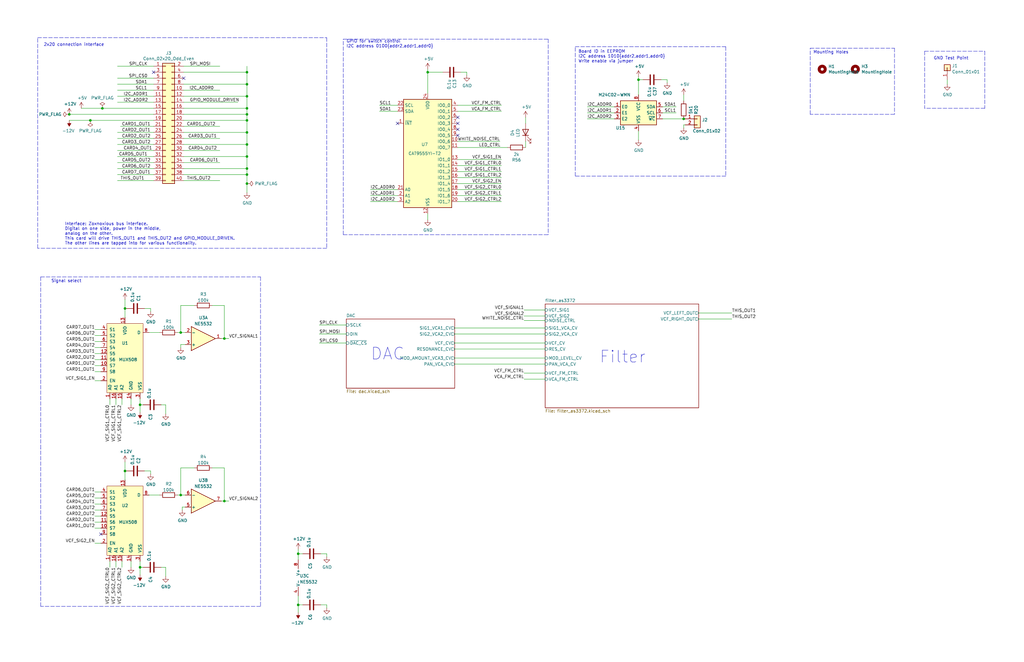
<source format=kicad_sch>
(kicad_sch (version 20211123) (generator eeschema)
  (paper "B")
  (title_block (title "Z3372 Signal Processing") (date "2022-11-27") (rev "0.1") (company "Zoxnoxious Engineering"))
  (lib_symbols
    (symbol "Amplifier_Operational:NE5532" (pin_names (offset 0.127))
      (property "Reference" "U" (at 0 5.08 0))
      (property "Value" "NE5532" (at 0 -5.08 0))
      (symbol "NE5532_1_1"
        (polyline (pts (xy -5.08 5.08) (xy 5.08 0) (xy -5.08 -5.08) (xy -5.08 5.08)) (stroke (width 0.254)) (fill (type background)))
        (pin output line (at 7.62 0 180) (length 2.54) (name "~") (number "1"))
        (pin input line (at -7.62 -2.54 0) (length 2.54) (name "-") (number "2"))
        (pin input line (at -7.62 2.54 0) (length 2.54) (name "+") (number "3"))
      )
      (symbol "NE5532_2_1"
        (polyline (pts (xy -5.08 5.08) (xy 5.08 0) (xy -5.08 -5.08) (xy -5.08 5.08)) (stroke (width 0.254)) (fill (type background)))
        (pin input line (at -7.62 2.54 0) (length 2.54) (name "+") (number "5"))
        (pin input line (at -7.62 -2.54 0) (length 2.54) (name "-") (number "6"))
        (pin output line (at 7.62 0 180) (length 2.54) (name "~") (number "7"))
      )
      (symbol "NE5532_3_1"
        (pin power_in line (at -2.54 -7.62 90) (length 3.81) (name "V-") (number "4"))
        (pin power_in line (at -2.54 7.62 270) (length 3.81) (name "V+") (number "8"))
      )
    )
    (symbol "Connector_Generic:Conn_01x01" (pin_names (offset 1.016) hide)
      (property "Reference" "J" (at 0 2.54 0))
      (property "Value" "Conn_01x01" (at 0 -2.54 0))
      (symbol "Conn_01x01_1_1"
        (rectangle (start -1.27 0.127) (end 0 -0.127) (stroke (width 0.1524)))
        (rectangle (start -1.27 1.27) (end 1.27 -1.27) (stroke (width 0.254)) (fill (type background)))
        (pin passive line (at -5.08 0 0) (length 3.81) (name "Pin_1") (number "1"))
      )
    )
    (symbol "Connector_Generic:Conn_01x02" (pin_names (offset 1.016) hide)
      (property "Reference" "J" (at 0 2.54 0))
      (property "Value" "Conn_01x02" (at 0 -5.08 0))
      (symbol "Conn_01x02_1_1"
        (rectangle (start -1.27 -2.413) (end 0 -2.667) (stroke (width 0.1524)))
        (rectangle (start -1.27 0.127) (end 0 -0.127) (stroke (width 0.1524)))
        (rectangle (start -1.27 1.27) (end 1.27 -3.81) (stroke (width 0.254)) (fill (type background)))
        (pin passive line (at -5.08 0 0) (length 3.81) (name "Pin_1") (number "1"))
        (pin passive line (at -5.08 -2.54 0) (length 3.81) (name "Pin_2") (number "2"))
      )
    )
    (symbol "Connector_Generic:Conn_02x20_Odd_Even" (pin_names (offset 1.016) hide)
      (property "Reference" "J" (at 1.27 25.4 0))
      (property "Value" "Conn_02x20_Odd_Even" (at 1.27 -27.94 0))
      (symbol "Conn_02x20_Odd_Even_1_1"
        (rectangle (start -1.27 -25.273) (end 0 -25.527) (stroke (width 0.1524)))
        (rectangle (start -1.27 -22.733) (end 0 -22.987) (stroke (width 0.1524)))
        (rectangle (start -1.27 -20.193) (end 0 -20.447) (stroke (width 0.1524)))
        (rectangle (start -1.27 -17.653) (end 0 -17.907) (stroke (width 0.1524)))
        (rectangle (start -1.27 -15.113) (end 0 -15.367) (stroke (width 0.1524)))
        (rectangle (start -1.27 -12.573) (end 0 -12.827) (stroke (width 0.1524)))
        (rectangle (start -1.27 -10.033) (end 0 -10.287) (stroke (width 0.1524)))
        (rectangle (start -1.27 -7.493) (end 0 -7.747) (stroke (width 0.1524)))
        (rectangle (start -1.27 -4.953) (end 0 -5.207) (stroke (width 0.1524)))
        (rectangle (start -1.27 -2.413) (end 0 -2.667) (stroke (width 0.1524)))
        (rectangle (start -1.27 0.127) (end 0 -0.127) (stroke (width 0.1524)))
        (rectangle (start -1.27 2.667) (end 0 2.413) (stroke (width 0.1524)))
        (rectangle (start -1.27 5.207) (end 0 4.953) (stroke (width 0.1524)))
        (rectangle (start -1.27 7.747) (end 0 7.493) (stroke (width 0.1524)))
        (rectangle (start -1.27 10.287) (end 0 10.033) (stroke (width 0.1524)))
        (rectangle (start -1.27 12.827) (end 0 12.573) (stroke (width 0.1524)))
        (rectangle (start -1.27 15.367) (end 0 15.113) (stroke (width 0.1524)))
        (rectangle (start -1.27 17.907) (end 0 17.653) (stroke (width 0.1524)))
        (rectangle (start -1.27 20.447) (end 0 20.193) (stroke (width 0.1524)))
        (rectangle (start -1.27 22.987) (end 0 22.733) (stroke (width 0.1524)))
        (rectangle (start -1.27 24.13) (end 3.81 -26.67) (stroke (width 0.254)) (fill (type background)))
        (rectangle (start 3.81 -25.273) (end 2.54 -25.527) (stroke (width 0.1524)))
        (rectangle (start 3.81 -22.733) (end 2.54 -22.987) (stroke (width 0.1524)))
        (rectangle (start 3.81 -20.193) (end 2.54 -20.447) (stroke (width 0.1524)))
        (rectangle (start 3.81 -17.653) (end 2.54 -17.907) (stroke (width 0.1524)))
        (rectangle (start 3.81 -15.113) (end 2.54 -15.367) (stroke (width 0.1524)))
        (rectangle (start 3.81 -12.573) (end 2.54 -12.827) (stroke (width 0.1524)))
        (rectangle (start 3.81 -10.033) (end 2.54 -10.287) (stroke (width 0.1524)))
        (rectangle (start 3.81 -7.493) (end 2.54 -7.747) (stroke (width 0.1524)))
        (rectangle (start 3.81 -4.953) (end 2.54 -5.207) (stroke (width 0.1524)))
        (rectangle (start 3.81 -2.413) (end 2.54 -2.667) (stroke (width 0.1524)))
        (rectangle (start 3.81 0.127) (end 2.54 -0.127) (stroke (width 0.1524)))
        (rectangle (start 3.81 2.667) (end 2.54 2.413) (stroke (width 0.1524)))
        (rectangle (start 3.81 5.207) (end 2.54 4.953) (stroke (width 0.1524)))
        (rectangle (start 3.81 7.747) (end 2.54 7.493) (stroke (width 0.1524)))
        (rectangle (start 3.81 10.287) (end 2.54 10.033) (stroke (width 0.1524)))
        (rectangle (start 3.81 12.827) (end 2.54 12.573) (stroke (width 0.1524)))
        (rectangle (start 3.81 15.367) (end 2.54 15.113) (stroke (width 0.1524)))
        (rectangle (start 3.81 17.907) (end 2.54 17.653) (stroke (width 0.1524)))
        (rectangle (start 3.81 20.447) (end 2.54 20.193) (stroke (width 0.1524)))
        (rectangle (start 3.81 22.987) (end 2.54 22.733) (stroke (width 0.1524)))
        (pin passive line (at -5.08 22.86 0) (length 3.81) (name "Pin_1") (number "1"))
        (pin passive line (at 7.62 12.7 180) (length 3.81) (name "Pin_10") (number "10"))
        (pin passive line (at -5.08 10.16 0) (length 3.81) (name "Pin_11") (number "11"))
        (pin passive line (at 7.62 10.16 180) (length 3.81) (name "Pin_12") (number "12"))
        (pin passive line (at -5.08 7.62 0) (length 3.81) (name "Pin_13") (number "13"))
        (pin passive line (at 7.62 7.62 180) (length 3.81) (name "Pin_14") (number "14"))
        (pin passive line (at -5.08 5.08 0) (length 3.81) (name "Pin_15") (number "15"))
        (pin passive line (at 7.62 5.08 180) (length 3.81) (name "Pin_16") (number "16"))
        (pin passive line (at -5.08 2.54 0) (length 3.81) (name "Pin_17") (number "17"))
        (pin passive line (at 7.62 2.54 180) (length 3.81) (name "Pin_18") (number "18"))
        (pin passive line (at -5.08 0 0) (length 3.81) (name "Pin_19") (number "19"))
        (pin passive line (at 7.62 22.86 180) (length 3.81) (name "Pin_2") (number "2"))
        (pin passive line (at 7.62 0 180) (length 3.81) (name "Pin_20") (number "20"))
        (pin passive line (at -5.08 -2.54 0) (length 3.81) (name "Pin_21") (number "21"))
        (pin passive line (at 7.62 -2.54 180) (length 3.81) (name "Pin_22") (number "22"))
        (pin passive line (at -5.08 -5.08 0) (length 3.81) (name "Pin_23") (number "23"))
        (pin passive line (at 7.62 -5.08 180) (length 3.81) (name "Pin_24") (number "24"))
        (pin passive line (at -5.08 -7.62 0) (length 3.81) (name "Pin_25") (number "25"))
        (pin passive line (at 7.62 -7.62 180) (length 3.81) (name "Pin_26") (number "26"))
        (pin passive line (at -5.08 -10.16 0) (length 3.81) (name "Pin_27") (number "27"))
        (pin passive line (at 7.62 -10.16 180) (length 3.81) (name "Pin_28") (number "28"))
        (pin passive line (at -5.08 -12.7 0) (length 3.81) (name "Pin_29") (number "29"))
        (pin passive line (at -5.08 20.32 0) (length 3.81) (name "Pin_3") (number "3"))
        (pin passive line (at 7.62 -12.7 180) (length 3.81) (name "Pin_30") (number "30"))
        (pin passive line (at -5.08 -15.24 0) (length 3.81) (name "Pin_31") (number "31"))
        (pin passive line (at 7.62 -15.24 180) (length 3.81) (name "Pin_32") (number "32"))
        (pin passive line (at -5.08 -17.78 0) (length 3.81) (name "Pin_33") (number "33"))
        (pin passive line (at 7.62 -17.78 180) (length 3.81) (name "Pin_34") (number "34"))
        (pin passive line (at -5.08 -20.32 0) (length 3.81) (name "Pin_35") (number "35"))
        (pin passive line (at 7.62 -20.32 180) (length 3.81) (name "Pin_36") (number "36"))
        (pin passive line (at -5.08 -22.86 0) (length 3.81) (name "Pin_37") (number "37"))
        (pin passive line (at 7.62 -22.86 180) (length 3.81) (name "Pin_38") (number "38"))
        (pin passive line (at -5.08 -25.4 0) (length 3.81) (name "Pin_39") (number "39"))
        (pin passive line (at 7.62 20.32 180) (length 3.81) (name "Pin_4") (number "4"))
        (pin passive line (at 7.62 -25.4 180) (length 3.81) (name "Pin_40") (number "40"))
        (pin passive line (at -5.08 17.78 0) (length 3.81) (name "Pin_5") (number "5"))
        (pin passive line (at 7.62 17.78 180) (length 3.81) (name "Pin_6") (number "6"))
        (pin passive line (at -5.08 15.24 0) (length 3.81) (name "Pin_7") (number "7"))
        (pin passive line (at 7.62 15.24 180) (length 3.81) (name "Pin_8") (number "8"))
        (pin passive line (at -5.08 12.7 0) (length 3.81) (name "Pin_9") (number "9"))
      )
    )
    (symbol "Device:C" (pin_numbers hide) (pin_names (offset 0.254))
      (property "Reference" "C" (at 0.635 2.54 0))
      (property "Value" "C" (at 0.635 -2.54 0))
      (symbol "C_0_1"
        (polyline (pts (xy -2.032 -0.762) (xy 2.032 -0.762)) (stroke (width 0.508)))
        (polyline (pts (xy -2.032 0.762) (xy 2.032 0.762)) (stroke (width 0.508)))
      )
      (symbol "C_1_1"
        (pin passive line (at 0 3.81 270) (length 2.794) (name "~") (number "1"))
        (pin passive line (at 0 -3.81 90) (length 2.794) (name "~") (number "2"))
      )
    )
    (symbol "Device:LED" (pin_numbers hide) (pin_names (offset 1.016) hide)
      (property "Reference" "D" (at 0 2.54 0))
      (property "Value" "LED" (at 0 -2.54 0))
      (symbol "LED_0_1"
        (polyline (pts (xy -1.27 -1.27) (xy -1.27 1.27)) (stroke (width 0.254)))
        (polyline (pts (xy -1.27 0) (xy 1.27 0)))
        (polyline (pts (xy 1.27 -1.27) (xy 1.27 1.27) (xy -1.27 0) (xy 1.27 -1.27)) (stroke (width 0.254)))
        (polyline (pts (xy -3.048 -0.762) (xy -4.572 -2.286) (xy -3.81 -2.286) (xy -4.572 -2.286) (xy -4.572 -1.524)))
        (polyline (pts (xy -1.778 -0.762) (xy -3.302 -2.286) (xy -2.54 -2.286) (xy -3.302 -2.286) (xy -3.302 -1.524)))
      )
      (symbol "LED_1_1"
        (pin passive line (at -3.81 0 0) (length 2.54) (name "K") (number "1"))
        (pin passive line (at 3.81 0 180) (length 2.54) (name "A") (number "2"))
      )
    )
    (symbol "Device:R" (pin_numbers hide) (pin_names (offset 0))
      (property "Reference" "R" (at 2.032 0 90))
      (property "Value" "R" (at 0 0 90))
      (symbol "R_0_1"
        (rectangle (start -1.016 -2.54) (end 1.016 2.54) (stroke (width 0.254)))
      )
      (symbol "R_1_1"
        (pin passive line (at 0 3.81 270) (length 1.27) (name "~") (number "1"))
        (pin passive line (at 0 -3.81 90) (length 1.27) (name "~") (number "2"))
      )
    )
    (symbol "Interface_Expansion:PCA9555D"
      (property "Reference" "U" (at -8.89 24.13 0))
      (property "Value" "PCA9555D" (at 6.35 24.13 0))
      (symbol "PCA9555D_0_1"
        (rectangle (start -10.16 22.86) (end 10.16 -22.86) (stroke (width 0.254)) (fill (type background)))
      )
      (symbol "PCA9555D_1_1"
        (pin open_collector line (at -12.7 12.7 0) (length 2.54) (name "~{INT}") (number "1"))
        (pin bidirectional line (at 12.7 5.08 180) (length 2.54) (name "IO0_6") (number "10"))
        (pin bidirectional line (at 12.7 2.54 180) (length 2.54) (name "IO0_7") (number "11"))
        (pin power_in line (at 0 -25.4 90) (length 2.54) (name "VSS") (number "12"))
        (pin bidirectional line (at 12.7 -2.54 180) (length 2.54) (name "IO1_0") (number "13"))
        (pin bidirectional line (at 12.7 -5.08 180) (length 2.54) (name "IO1_1") (number "14"))
        (pin bidirectional line (at 12.7 -7.62 180) (length 2.54) (name "IO1_2") (number "15"))
        (pin bidirectional line (at 12.7 -10.16 180) (length 2.54) (name "IO1_3") (number "16"))
        (pin bidirectional line (at 12.7 -12.7 180) (length 2.54) (name "IO1_4") (number "17"))
        (pin bidirectional line (at 12.7 -15.24 180) (length 2.54) (name "IO1_5") (number "18"))
        (pin bidirectional line (at 12.7 -17.78 180) (length 2.54) (name "IO1_6") (number "19"))
        (pin input line (at -12.7 -17.78 0) (length 2.54) (name "A1") (number "2"))
        (pin bidirectional line (at 12.7 -20.32 180) (length 2.54) (name "IO1_7") (number "20"))
        (pin input line (at -12.7 -15.24 0) (length 2.54) (name "A0") (number "21"))
        (pin input line (at -12.7 20.32 0) (length 2.54) (name "SCL") (number "22"))
        (pin bidirectional line (at -12.7 17.78 0) (length 2.54) (name "SDA") (number "23"))
        (pin power_in line (at 0 25.4 270) (length 2.54) (name "VDD") (number "24"))
        (pin input line (at -12.7 -20.32 0) (length 2.54) (name "A2") (number "3"))
        (pin bidirectional line (at 12.7 20.32 180) (length 2.54) (name "IO0_0") (number "4"))
        (pin bidirectional line (at 12.7 17.78 180) (length 2.54) (name "IO0_1") (number "5"))
        (pin bidirectional line (at 12.7 15.24 180) (length 2.54) (name "IO0_2") (number "6"))
        (pin bidirectional line (at 12.7 12.7 180) (length 2.54) (name "IO0_3") (number "7"))
        (pin bidirectional line (at 12.7 10.16 180) (length 2.54) (name "IO0_4") (number "8"))
        (pin bidirectional line (at 12.7 7.62 180) (length 2.54) (name "IO0_5") (number "9"))
      )
    )
    (symbol "Mechanical:MountingHole" (pin_names (offset 1.016))
      (property "Reference" "H" (at 0 5.08 0))
      (property "Value" "MountingHole" (at 0 3.175 0))
      (symbol "MountingHole_0_1"
        (circle (center 0 0) (radius 1.27) (stroke (width 1.27)))
      )
    )
    (symbol "Memory_EEPROM:M24C02-WMN"
      (property "Reference" "U" (at -6.35 6.35 0))
      (property "Value" "M24C02-WMN" (at 7.62 6.35 0))
      (symbol "M24C02-WMN_0_1"
        (rectangle (start -7.62 5.08) (end 7.62 -5.08) (stroke (width 0.254)) (fill (type background)))
      )
      (symbol "M24C02-WMN_1_1"
        (pin input line (at -10.16 2.54 0) (length 2.54) (name "E0") (number "1"))
        (pin input line (at -10.16 0 0) (length 2.54) (name "E1") (number "2"))
        (pin input line (at -10.16 -2.54 0) (length 2.54) (name "E2") (number "3"))
        (pin power_in line (at 0 -7.62 90) (length 2.54) (name "VSS") (number "4"))
        (pin bidirectional line (at 10.16 2.54 180) (length 2.54) (name "SDA") (number "5"))
        (pin input line (at 10.16 0 180) (length 2.54) (name "SCL") (number "6"))
        (pin input line (at 10.16 -2.54 180) (length 2.54) (name "~{WC}") (number "7"))
        (pin power_in line (at 0 7.62 270) (length 2.54) (name "VCC") (number "8"))
      )
    )
    (symbol "as3372_lib:PS508-Analog_Switch" (pin_names (offset 1.016))
      (property "Reference" "U" (at 0 0 0))
      (property "Value" "PS508-Analog_Switch" (at 1.27 -3.81 0))
      (symbol "PS508-Analog_Switch_0_1"
        (rectangle (start -7.62 7.62) (end 7.62 -21.59) (fill (type background)))
      )
      (symbol "PS508-Analog_Switch_1_1"
        (pin input line (at -6.35 -24.13 90) (length 2.54) (name "A0") (number "1"))
        (pin bidirectional line (at -10.16 -10.16 0) (length 2.54) (name "S7") (number "10"))
        (pin bidirectional line (at -10.16 -7.62 0) (length 2.54) (name "S6") (number "11"))
        (pin bidirectional line (at -10.16 -5.08 0) (length 2.54) (name "S5") (number "12"))
        (pin power_in line (at 0 10.16 270) (length 2.54) (name "VDD") (number "13"))
        (pin power_in line (at 2.54 -24.13 90) (length 2.54) (name "GND") (number "14"))
        (pin input line (at -1.27 -24.13 90) (length 2.54) (name "A2") (number "15"))
        (pin input line (at -3.81 -24.13 90) (length 2.54) (name "A1") (number "16"))
        (pin input line (at -10.16 -16.51 0) (length 2.54) (name "EN") (number "2"))
        (pin power_in line (at 6.35 -24.13 90) (length 2.54) (name "VSS") (number "3"))
        (pin bidirectional line (at -10.16 5.08 0) (length 2.54) (name "S1") (number "4"))
        (pin bidirectional line (at -10.16 2.54 0) (length 2.54) (name "S2") (number "5"))
        (pin bidirectional line (at -10.16 0 0) (length 2.54) (name "S3") (number "6"))
        (pin bidirectional line (at -10.16 -2.54 0) (length 2.54) (name "S4") (number "7"))
        (pin bidirectional line (at 10.16 3.81 180) (length 2.54) (name "D") (number "8"))
        (pin bidirectional line (at -10.16 -12.7 0) (length 2.54) (name "S8") (number "9"))
      )
    )
    (symbol "power:+12V" (power) (pin_names (offset 0))
      (property "Value" "+12V" (at 0 3.556 0))
      (symbol "+12V_0_1"
        (polyline (pts (xy -0.762 1.27) (xy 0 2.54)))
        (polyline (pts (xy 0 0) (xy 0 2.54)))
        (polyline (pts (xy 0 2.54) (xy 0.762 1.27)))
      )
      (symbol "+12V_1_1"
        (pin power_in line (at 0 0 90) (length 0) hide (name "+12V") (number "1"))
      )
    )
    (symbol "power:+5V" (power) (pin_names (offset 0))
      (property "Value" "+5V" (at 0 3.556 0))
      (symbol "+5V_0_1"
        (polyline (pts (xy -0.762 1.27) (xy 0 2.54)))
        (polyline (pts (xy 0 0) (xy 0 2.54)))
        (polyline (pts (xy 0 2.54) (xy 0.762 1.27)))
      )
      (symbol "+5V_1_1"
        (pin power_in line (at 0 0 90) (length 0) hide (name "+5V") (number "1"))
      )
    )
    (symbol "power:-12V" (power) (pin_names (offset 0))
      (property "Value" "-12V" (at 0 3.81 0))
      (symbol "-12V_0_0"
        (pin power_in line (at 0 0 90) (length 0) hide (name "-12V") (number "1"))
      )
      (symbol "-12V_0_1"
        (polyline (pts (xy 0 0) (xy 0 1.27) (xy 0.762 1.27) (xy 0 2.54) (xy -0.762 1.27) (xy 0 1.27)) (fill (type outline)))
      )
    )
    (symbol "power:GND" (power) (pin_names (offset 0))
      (property "Value" "GND" (at 0 -3.81 0))
      (symbol "GND_0_1"
        (polyline (pts (xy 0 0) (xy 0 -1.27) (xy 1.27 -1.27) (xy 0 -2.54) (xy -1.27 -1.27) (xy 0 -1.27)))
      )
      (symbol "GND_1_1"
        (pin power_in line (at 0 0 270) (length 0) hide (name "GND") (number "1"))
      )
    )
    (symbol "power:PWR_FLAG" (power) (pin_numbers hide) (pin_names (offset 0) hide)
      (property "Value" "PWR_FLAG" (at 0 3.81 0))
      (symbol "PWR_FLAG_0_0"
        (pin power_out line (at 0 0 90) (length 0) (name "pwr") (number "1"))
      )
      (symbol "PWR_FLAG_0_1"
        (polyline (pts (xy 0 0) (xy 0 1.27) (xy -1.016 1.905) (xy 0 2.54) (xy 1.016 1.905) (xy 0 1.27)))
      )
    )
  )
  (junction (at 104.14 60.96))
  (junction (at 104.14 50.8))
  (junction (at 43.18 45.72))
  (junction (at 29.21 48.26))
  (junction (at 104.14 40.64))
  (junction (at 76.2 208.915))
  (junction (at 76.2 140.335))
  (junction (at 180.34 30.48))
  (junction (at 125.73 233.68))
  (junction (at 104.14 73.66))
  (junction (at 269.24 33.655))
  (junction (at 104.14 66.04))
  (junction (at 104.14 77.47))
  (junction (at 104.14 48.26))
  (junction (at 288.29 50.165))
  (junction (at 59.055 239.395))
  (junction (at 59.055 170.815))
  (junction (at 38.1 50.8))
  (junction (at 94.615 211.455))
  (junction (at 104.14 55.88))
  (junction (at 125.73 255.27))
  (junction (at 104.14 45.72))
  (junction (at 94.615 142.875))
  (junction (at 104.14 35.56))
  (junction (at 52.705 130.175))
  (junction (at 52.705 198.755))
  (junction (at 104.14 71.12))
  (junction (at 104.14 30.48))
  (no_connect (at 167.64 52.07))
  (no_connect (at 77.47 33.02))
  (no_connect (at 193.04 49.53))
  (no_connect (at 193.04 54.61))
  (no_connect (at 193.04 52.07))
  (no_connect (at 64.77 30.48))
  (no_connect (at 193.04 57.15))
  (no_connect (at 42.545 225.425))
  (wire (pts (xy 294.64 132.08) (xy 308.61 132.08)))
  (wire (pts (xy 40.005 151.765) (xy 42.545 151.765)))
  (polyline (pts (xy 341.63 20.32) (xy 377.19 20.32)))
  (polyline (pts (xy 306.07 19.685) (xy 306.07 74.295)))
  (wire (pts (xy 59.055 168.275) (xy 59.055 170.815)))
  (wire (pts (xy 104.14 60.96) (xy 104.14 66.04)))
  (polyline (pts (xy 242.57 74.295) (xy 242.57 19.685)))
  (wire (pts (xy 278.765 33.655) (xy 281.305 33.655)))
  (wire (pts (xy 49.53 60.96) (xy 64.77 60.96)))
  (wire (pts (xy 40.005 141.605) (xy 42.545 141.605)))
  (wire (pts (xy 77.47 48.26) (xy 104.14 48.26)))
  (wire (pts (xy 64.77 50.8) (xy 38.1 50.8)))
  (wire (pts (xy 193.04 46.99) (xy 211.455 46.99)))
  (wire (pts (xy 40.005 212.725) (xy 42.545 212.725)))
  (wire (pts (xy 51.435 236.855) (xy 51.435 239.395)))
  (wire (pts (xy 52.705 198.755) (xy 52.705 202.565)))
  (wire (pts (xy 49.53 71.12) (xy 64.77 71.12)))
  (wire (pts (xy 193.04 80.01) (xy 211.455 80.01)))
  (wire (pts (xy 92.71 58.42) (xy 77.47 58.42)))
  (wire (pts (xy 135.255 233.68) (xy 137.795 233.68)))
  (polyline (pts (xy 17.145 116.84) (xy 17.145 189.865)))
  (wire (pts (xy 52.705 194.945) (xy 52.705 198.755)))
  (wire (pts (xy 269.24 55.245) (xy 269.24 59.055)))
  (wire (pts (xy 52.705 130.175) (xy 53.34 130.175)))
  (wire (pts (xy 180.34 30.48) (xy 180.34 39.37)))
  (wire (pts (xy 49.53 76.2) (xy 64.77 76.2)))
  (wire (pts (xy 281.305 34.925) (xy 281.305 33.655)))
  (wire (pts (xy 69.85 170.815) (xy 67.945 170.815)))
  (wire (pts (xy 40.005 215.265) (xy 42.545 215.265)))
  (polyline (pts (xy 144.78 16.51) (xy 231.14 16.51)))
  (wire (pts (xy 40.005 160.655) (xy 42.545 160.655)))
  (wire (pts (xy 221.615 59.69) (xy 221.615 62.23)))
  (wire (pts (xy 59.055 236.855) (xy 59.055 239.395)))
  (wire (pts (xy 279.4 47.625) (xy 285.115 47.625)))
  (wire (pts (xy 77.47 40.64) (xy 104.14 40.64)))
  (wire (pts (xy 399.415 33.655) (xy 399.415 35.56)))
  (wire (pts (xy 191.77 144.78) (xy 229.87 144.78)))
  (wire (pts (xy 92.71 76.2) (xy 77.47 76.2)))
  (wire (pts (xy 38.1 50.8) (xy 29.21 50.8)))
  (polyline (pts (xy 415.29 21.59) (xy 415.29 45.72)))
  (wire (pts (xy 193.04 62.23) (xy 213.995 62.23)))
  (wire (pts (xy 221.615 49.53) (xy 221.615 52.07)))
  (polyline (pts (xy 15.875 104.775) (xy 15.875 15.875)))
  (wire (pts (xy 40.005 229.235) (xy 42.545 229.235)))
  (wire (pts (xy 69.85 243.205) (xy 69.85 239.395)))
  (polyline (pts (xy 377.19 20.32) (xy 377.19 48.26)))
  (wire (pts (xy 193.04 59.69) (xy 210.82 59.69)))
  (wire (pts (xy 193.04 85.09) (xy 211.455 85.09)))
  (polyline (pts (xy 389.89 21.59) (xy 415.29 21.59)))
  (wire (pts (xy 104.14 55.88) (xy 104.14 60.96)))
  (wire (pts (xy 92.71 53.34) (xy 77.47 53.34)))
  (wire (pts (xy 81.915 128.905) (xy 76.2 128.905)))
  (wire (pts (xy 167.64 44.45) (xy 160.02 44.45)))
  (wire (pts (xy 259.08 45.085) (xy 247.65 45.085)))
  (wire (pts (xy 288.29 40.005) (xy 288.29 42.545)))
  (wire (pts (xy 49.53 58.42) (xy 64.77 58.42)))
  (polyline (pts (xy 341.63 48.26) (xy 341.63 20.32)))
  (wire (pts (xy 271.145 33.655) (xy 269.24 33.655)))
  (wire (pts (xy 51.435 168.275) (xy 51.435 170.815)))
  (wire (pts (xy 60.96 198.755) (xy 63.5 198.755)))
  (wire (pts (xy 77.47 55.88) (xy 104.14 55.88)))
  (wire (pts (xy 104.14 40.64) (xy 104.14 45.72)))
  (wire (pts (xy 69.85 239.395) (xy 67.945 239.395)))
  (wire (pts (xy 269.24 32.385) (xy 269.24 33.655)))
  (wire (pts (xy 220.98 133.35) (xy 229.87 133.35)))
  (wire (pts (xy 167.64 80.01) (xy 156.21 80.01)))
  (wire (pts (xy 49.53 33.02) (xy 64.77 33.02)))
  (wire (pts (xy 193.04 67.31) (xy 211.455 67.31)))
  (wire (pts (xy 193.04 77.47) (xy 211.455 77.47)))
  (wire (pts (xy 191.77 153.67) (xy 229.87 153.67)))
  (wire (pts (xy 76.2 140.335) (xy 78.105 140.335)))
  (wire (pts (xy 269.24 40.005) (xy 269.24 33.655)))
  (wire (pts (xy 48.895 168.275) (xy 48.895 170.815)))
  (wire (pts (xy 40.005 154.305) (xy 42.545 154.305)))
  (wire (pts (xy 146.05 140.97) (xy 134.62 140.97)))
  (wire (pts (xy 77.47 50.8) (xy 104.14 50.8)))
  (wire (pts (xy 62.865 208.915) (xy 67.31 208.915)))
  (polyline (pts (xy 137.795 15.875) (xy 137.795 104.775)))
  (wire (pts (xy 77.47 45.72) (xy 104.14 45.72)))
  (wire (pts (xy 74.93 208.915) (xy 76.2 208.915)))
  (wire (pts (xy 74.93 140.335) (xy 76.2 140.335)))
  (wire (pts (xy 104.14 73.66) (xy 104.14 77.47)))
  (wire (pts (xy 40.005 220.345) (xy 42.545 220.345)))
  (wire (pts (xy 180.34 29.21) (xy 180.34 30.48)))
  (wire (pts (xy 288.29 50.165) (xy 288.925 50.165)))
  (wire (pts (xy 60.96 130.175) (xy 63.5 130.175)))
  (wire (pts (xy 64.77 35.56) (xy 49.53 35.56)))
  (polyline (pts (xy 109.855 255.905) (xy 17.145 255.905)))
  (wire (pts (xy 52.705 126.365) (xy 52.705 130.175)))
  (wire (pts (xy 191.77 147.32) (xy 229.87 147.32)))
  (wire (pts (xy 77.47 60.96) (xy 104.14 60.96)))
  (wire (pts (xy 64.77 45.72) (xy 43.18 45.72)))
  (wire (pts (xy 193.04 74.93) (xy 211.455 74.93)))
  (wire (pts (xy 77.47 27.94) (xy 92.71 27.94)))
  (wire (pts (xy 194.31 30.48) (xy 196.85 30.48)))
  (polyline (pts (xy 144.78 99.06) (xy 231.14 99.06)))
  (polyline (pts (xy 242.57 19.685) (xy 294.64 19.685)))
  (wire (pts (xy 40.005 149.225) (xy 42.545 149.225)))
  (wire (pts (xy 76.2 197.485) (xy 76.2 208.915)))
  (wire (pts (xy 77.47 43.18) (xy 100.33 43.18)))
  (polyline (pts (xy 17.145 255.905) (xy 17.145 189.23)))
  (wire (pts (xy 191.77 138.43) (xy 229.87 138.43)))
  (polyline (pts (xy 144.78 99.06) (xy 144.78 16.51)))
  (wire (pts (xy 259.08 47.625) (xy 247.65 47.625)))
  (wire (pts (xy 104.14 35.56) (xy 104.14 40.64)))
  (wire (pts (xy 64.77 73.66) (xy 49.53 73.66)))
  (wire (pts (xy 40.005 144.145) (xy 42.545 144.145)))
  (wire (pts (xy 180.34 90.17) (xy 180.34 92.71)))
  (wire (pts (xy 69.85 174.625) (xy 69.85 170.815)))
  (polyline (pts (xy 137.795 104.775) (xy 15.875 104.775)))
  (wire (pts (xy 77.47 66.04) (xy 104.14 66.04)))
  (wire (pts (xy 94.615 211.455) (xy 96.52 211.455)))
  (wire (pts (xy 89.535 128.905) (xy 94.615 128.905)))
  (wire (pts (xy 146.05 137.16) (xy 134.62 137.16)))
  (wire (pts (xy 196.85 31.75) (xy 196.85 30.48)))
  (wire (pts (xy 220.98 130.81) (xy 229.87 130.81)))
  (wire (pts (xy 77.47 71.12) (xy 104.14 71.12)))
  (wire (pts (xy 62.865 140.335) (xy 67.31 140.335)))
  (wire (pts (xy 46.355 168.275) (xy 46.355 170.815)))
  (wire (pts (xy 137.795 233.68) (xy 137.795 234.95)))
  (wire (pts (xy 77.47 63.5) (xy 92.71 63.5)))
  (wire (pts (xy 125.73 255.27) (xy 125.73 258.445)))
  (polyline (pts (xy 389.89 21.59) (xy 389.89 45.72)))
  (wire (pts (xy 59.055 239.395) (xy 59.055 242.57)))
  (wire (pts (xy 77.47 30.48) (xy 104.14 30.48)))
  (wire (pts (xy 279.4 50.165) (xy 288.29 50.165)))
  (polyline (pts (xy 294.64 74.295) (xy 242.57 74.295)))
  (polyline (pts (xy 415.29 45.72) (xy 389.89 45.72)))
  (wire (pts (xy 104.14 71.12) (xy 104.14 73.66)))
  (wire (pts (xy 193.04 69.85) (xy 211.455 69.85)))
  (wire (pts (xy 40.005 156.845) (xy 42.545 156.845)))
  (wire (pts (xy 104.14 77.47) (xy 104.14 81.28)))
  (wire (pts (xy 49.53 40.64) (xy 64.77 40.64)))
  (wire (pts (xy 49.53 68.58) (xy 64.77 68.58)))
  (polyline (pts (xy 15.875 15.875) (xy 137.795 15.875)))
  (wire (pts (xy 93.345 142.875) (xy 94.615 142.875)))
  (wire (pts (xy 92.71 38.1) (xy 77.47 38.1)))
  (wire (pts (xy 186.69 30.48) (xy 180.34 30.48)))
  (wire (pts (xy 104.14 66.04) (xy 104.14 71.12)))
  (wire (pts (xy 49.53 27.94) (xy 64.77 27.94)))
  (wire (pts (xy 135.255 255.27) (xy 137.795 255.27)))
  (wire (pts (xy 40.005 222.885) (xy 42.545 222.885)))
  (wire (pts (xy 288.29 52.705) (xy 288.925 52.705)))
  (wire (pts (xy 64.77 66.04) (xy 49.53 66.04)))
  (polyline (pts (xy 377.19 48.26) (xy 341.63 48.26)))
  (polyline (pts (xy 231.14 16.51) (xy 231.14 99.06)))
  (wire (pts (xy 64.77 43.18) (xy 49.53 43.18)))
  (wire (pts (xy 127.635 255.27) (xy 125.73 255.27)))
  (wire (pts (xy 89.535 197.485) (xy 94.615 197.485)))
  (wire (pts (xy 220.98 157.48) (xy 229.87 157.48)))
  (wire (pts (xy 59.055 170.815) (xy 59.055 173.99)))
  (wire (pts (xy 76.835 215.265) (xy 76.835 213.995)))
  (wire (pts (xy 125.73 251.46) (xy 125.73 255.27)))
  (wire (pts (xy 59.055 239.395) (xy 60.325 239.395)))
  (wire (pts (xy 191.77 140.97) (xy 229.87 140.97)))
  (wire (pts (xy 76.2 145.415) (xy 78.105 145.415)))
  (polyline (pts (xy 295.275 19.685) (xy 306.07 19.685)))
  (wire (pts (xy 43.18 45.72) (xy 34.29 45.72)))
  (wire (pts (xy 104.14 48.26) (xy 104.14 50.8)))
  (wire (pts (xy 52.705 198.755) (xy 53.34 198.755)))
  (wire (pts (xy 104.14 27.94) (xy 104.14 30.48)))
  (wire (pts (xy 48.895 236.855) (xy 48.895 239.395)))
  (wire (pts (xy 64.77 53.34) (xy 50.8 53.34)))
  (wire (pts (xy 94.615 197.485) (xy 94.615 211.455)))
  (wire (pts (xy 40.005 146.685) (xy 42.545 146.685)))
  (wire (pts (xy 77.47 35.56) (xy 104.14 35.56)))
  (wire (pts (xy 63.5 200.025) (xy 63.5 198.755)))
  (wire (pts (xy 191.77 151.13) (xy 229.87 151.13)))
  (wire (pts (xy 55.245 168.275) (xy 55.245 170.815)))
  (wire (pts (xy 285.115 45.085) (xy 279.4 45.085)))
  (wire (pts (xy 64.77 48.26) (xy 29.21 48.26)))
  (wire (pts (xy 81.915 197.485) (xy 76.2 197.485)))
  (polyline (pts (xy 306.07 74.295) (xy 294.64 74.295)))
  (wire (pts (xy 220.98 135.255) (xy 229.87 135.255)))
  (wire (pts (xy 137.795 255.27) (xy 137.795 256.54)))
  (wire (pts (xy 104.14 30.48) (xy 104.14 35.56)))
  (wire (pts (xy 220.98 160.02) (xy 229.87 160.02)))
  (wire (pts (xy 160.02 46.99) (xy 167.64 46.99)))
  (wire (pts (xy 193.04 72.39) (xy 211.455 72.39)))
  (wire (pts (xy 93.345 211.455) (xy 94.615 211.455)))
  (wire (pts (xy 40.005 139.065) (xy 42.545 139.065)))
  (wire (pts (xy 59.055 170.815) (xy 60.325 170.815)))
  (wire (pts (xy 193.04 82.55) (xy 211.455 82.55)))
  (wire (pts (xy 94.615 142.875) (xy 96.52 142.875)))
  (wire (pts (xy 55.245 236.855) (xy 55.245 239.395)))
  (polyline (pts (xy 109.855 116.84) (xy 109.855 255.905)))
  (wire (pts (xy 77.47 68.58) (xy 92.71 68.58)))
  (wire (pts (xy 76.2 208.915) (xy 78.105 208.915)))
  (wire (pts (xy 167.64 82.55) (xy 156.21 82.55)))
  (wire (pts (xy 76.835 213.995) (xy 78.105 213.995)))
  (wire (pts (xy 77.47 73.66) (xy 104.14 73.66)))
  (wire (pts (xy 288.29 53.975) (xy 288.29 52.705)))
  (wire (pts (xy 40.005 210.185) (xy 42.545 210.185)))
  (wire (pts (xy 46.355 236.855) (xy 46.355 239.395)))
  (polyline (pts (xy 17.145 116.84) (xy 109.855 116.84)))
  (wire (pts (xy 134.62 144.78) (xy 146.05 144.78)))
  (wire (pts (xy 76.2 146.685) (xy 76.2 145.415)))
  (wire (pts (xy 76.2 128.905) (xy 76.2 140.335)))
  (wire (pts (xy 49.53 55.88) (xy 64.77 55.88)))
  (wire (pts (xy 104.14 45.72) (xy 104.14 48.26)))
  (wire (pts (xy 40.005 217.805) (xy 42.545 217.805)))
  (wire (pts (xy 40.005 207.645) (xy 42.545 207.645)))
  (wire (pts (xy 94.615 128.905) (xy 94.615 142.875)))
  (wire (pts (xy 104.14 50.8) (xy 104.14 55.88)))
  (wire (pts (xy 294.64 134.62) (xy 308.61 134.62)))
  (wire (pts (xy 63.5 131.445) (xy 63.5 130.175)))
  (wire (pts (xy 49.53 38.1) (xy 64.77 38.1)))
  (wire (pts (xy 167.64 85.09) (xy 156.21 85.09)))
  (wire (pts (xy 125.73 236.22) (xy 125.73 233.68)))
  (wire (pts (xy 52.705 130.175) (xy 52.705 133.985)))
  (wire (pts (xy 259.08 50.165) (xy 247.65 50.165)))
  (wire (pts (xy 193.04 44.45) (xy 211.455 44.45)))
  (wire (pts (xy 125.73 231.775) (xy 125.73 233.68)))
  (wire (pts (xy 125.73 233.68) (xy 127.635 233.68)))
  (wire (pts (xy 49.53 63.5) (xy 64.77 63.5)))
  (text "Filter" (at 252.73 153.67 0) (effects (font (size 5.0038 5.0038)) (justify left bottom)))
  (text "Signal select" (at 21.59 119.38 0) (effects (font (size 1.27 1.27)) (justify left bottom)))
  (text "2x20 connection interface" (at 18.415 19.685 0) (effects (font (size 1.27 1.27)) (justify left bottom)))
  (text "GPIO for switch control\nI2C address 0100{addr2,addr1,addr0}" (at 146.05 20.32 0) (effects (font (size 1.27 1.27)) (justify left bottom)))
  (text "Mounting Holes" (at 342.9 22.86 0) (effects (font (size 1.27 1.27)) (justify left bottom)))
  (text "GND Test Point" (at 393.7 25.4 0) (effects (font (size 1.27 1.27)) (justify left bottom)))
  (text "Board ID in EEPROM\nI2C address 1010{addr2,addr1,addr0}\nWrite enable via jumper" (at 243.84 26.67 0) (effects (font (size 1.27 1.27)) (justify left bottom)))
  (text "Interface: Zoxnoxious bus interface.\nDigital on one side, power in the middle,\nanalog on the other.\nThis card will drive THIS_OUT1 and THIS_OUT2 and GPIO_MODULE_DRIVEN.\nThe other lines are tapped into for various functionality." (at 27.305 103.505 0) (effects (font (size 1.27 1.27)) (justify left bottom)))
  (text "DAC" (at 156.21 152.4 0) (effects (font (size 5.0038 5.0038)) (justify left bottom)))
  (label "VCF_SIGNAL1" (at 96.52 142.875 0))
  (label "VCF_SIG2_CTRL2" (at 211.455 85.09 180))
  (label "SPI_MOSI" (at 134.62 140.97 0))
  (label "CARD3_OUT1" (at 91.44 58.42 180))
  (label "CARD3_OUT2" (at 40.005 215.265 180))
  (label "SPI_CS0" (at 134.62 144.78 0))
  (label "CARD5_OUT2" (at 63.5 68.58 180))
  (label "SCL1" (at 57.15 38.1 0))
  (label "CARD4_OUT1" (at 40.005 212.725 180))
  (label "VCF_SIG1_EN" (at 211.455 67.31 180))
  (label "CARD6_OUT1" (at 40.005 207.645 180))
  (label "VCA_FM_CTRL" (at 211.455 46.99 180))
  (label "WHITE_NOISE_CTRL" (at 220.98 135.255 180))
  (label "CARD1_OUT2" (at 78.74 53.34 0))
  (label "CARD7_OUT1" (at 40.005 139.065 180))
  (label "VCF_SIG2_CTRL0" (at 211.455 80.01 180))
  (label "VCF_SIG1_CTRL0" (at 211.455 69.85 180))
  (label "CARD2_OUT1" (at 40.005 220.345 180))
  (label "CARD5_OUT2" (at 40.005 210.185 180))
  (label "CARD5_OUT1" (at 40.005 144.145 180))
  (label "LED_CTRL" (at 201.93 62.23 0))
  (label "VCF_SIG2_CTRL0" (at 46.355 239.395 270))
  (label "CARD2_OUT1" (at 63.5 55.88 180))
  (label "CARD3_OUT1" (at 40.005 149.225 180))
  (label "VCF_SIGNAL1" (at 220.98 130.81 180))
  (label "I2C_ADDR0" (at 247.65 45.085 0))
  (label "CARD1_OUT1" (at 40.005 156.845 180))
  (label "CARD2_OUT2" (at 40.005 217.805 180))
  (label "THIS_OUT2" (at 308.61 134.62 0))
  (label "CARD6_OUT1" (at 80.01 68.58 0))
  (label "VCF_SIG2_CTRL1" (at 48.895 239.395 270))
  (label "GPIO_MODULE_DRIVEN" (at 80.01 43.18 0))
  (label "VCF_SIGNAL2" (at 220.98 133.35 180))
  (label "I2C_ADDR0" (at 156.21 80.01 0))
  (label "VCF_SIG1_EN" (at 40.005 160.655 180))
  (label "I2C_ADDR1" (at 247.65 47.625 0))
  (label "I2C_ADDR0" (at 90.17 38.1 180))
  (label "CARD7_OUT1" (at 63.5 73.66 180))
  (label "SDA1" (at 57.15 35.56 0))
  (label "I2C_ADDR2" (at 247.65 50.165 0))
  (label "VCF_SIG1_CTRL2" (at 51.435 170.815 270))
  (label "CARD4_OUT1" (at 52.07 63.5 0))
  (label "CARD4_OUT2" (at 40.005 146.685 180))
  (label "VCF_SIGNAL2" (at 96.52 211.455 0))
  (label "THIS_OUT1" (at 308.61 132.08 0))
  (label "CARD1_OUT2" (at 40.005 154.305 180))
  (label "VCF_SIG2_EN" (at 40.005 229.235 180))
  (label "SCL1" (at 160.02 44.45 0))
  (label "VCF_SIG1_CTRL0" (at 46.355 170.815 270))
  (label "SPI_CLK" (at 134.62 137.16 0))
  (label "SDA1" (at 160.02 46.99 0))
  (label "CARD4_OUT2" (at 79.375 63.5 0))
  (label "SPI_CS0" (at 62.23 33.02 180))
  (label "THIS_OUT1" (at 50.8 76.2 0))
  (label "SDA1" (at 285.115 45.085 180))
  (label "VCF_SIG2_CTRL1" (at 211.455 82.55 180))
  (label "SCL1" (at 285.115 47.625 180))
  (label "SPI_CLK" (at 62.23 27.94 180))
  (label "CARD1_OUT2" (at 40.005 222.885 180))
  (label "SPI_MOSI" (at 80.01 27.94 0))
  (label "CARD2_OUT2" (at 63.5 58.42 180))
  (label "THIS_OUT2" (at 78.74 76.2 0))
  (label "VCF_SIG1_CTRL1" (at 211.455 72.39 180))
  (label "CARD3_OUT2" (at 63.5 60.96 180))
  (label "CARD6_OUT2" (at 63.5 71.12 180))
  (label "VCF_SIG1_CTRL2" (at 211.455 74.93 180))
  (label "VCF_FM_CTRL" (at 220.98 157.48 180))
  (label "I2C_ADDR2" (at 156.21 85.09 0))
  (label "VCF_FM_CTRL" (at 211.455 44.45 180))
  (label "VCF_SIG1_CTRL1" (at 48.895 170.815 270))
  (label "VCF_SIG2_CTRL2" (at 51.435 239.395 270))
  (label "I2C_ADDR1" (at 52.07 40.64 0))
  (label "I2C_ADDR1" (at 156.21 82.55 0))
  (label "CARD2_OUT2" (at 40.005 151.765 180))
  (label "WHITE_NOISE_CTRL" (at 210.82 59.69 180))
  (label "CARD1_OUT1" (at 63.5 53.34 180))
  (label "CARD6_OUT2" (at 40.005 141.605 180))
  (label "CARD5_OUT1" (at 62.23 66.04 180))
  (label "VCF_SIG2_EN" (at 211.455 77.47 180))
  (label "VCA_FM_CTRL" (at 220.98 160.02 180))
  (label "I2C_ADDR2" (at 52.07 43.18 0))
  (symbol (lib_id "power:GND") (at 180.34 92.71 0) (unit 1)
    (property "Reference" "#PWR027" (effects hide))
    (property "Value" "GND" (at 180.467 97.1042 0))
  )
  (symbol (lib_id "Device:C") (at 190.5 30.48 270) (unit 1)
    (property "Reference" "C13" (at 191.6684 33.401 0) (effects (justify left)))
    (property "Value" "0.1u" (at 189.357 33.401 0) (effects (justify left)))
    (property "Footprint" "Capacitor_SMD:C_0603_1608Metric" (effects hide))
    (property "LCSC Part" "C14663" (effects hide))
  )
  (symbol (lib_id "power:GND") (at 196.85 31.75 0) (unit 1)
    (property "Reference" "#PWR028" (effects hide))
    (property "Value" "GND" (at 196.977 36.1442 0))
  )
  (symbol (lib_id "Interface_Expansion:PCA9555D") (at 180.34 64.77 0) (unit 1)
    (property "Reference" "U7" (at 179.07 60.96 0))
    (property "Value" "CAT9555YI-T2" (at 179.07 64.77 0))
    (property "Footprint" "Package_SO:TSSOP-24_4.4x7.8mm_P0.65mm" (effects hide))
    (property "Datasheet" "https://www.nxp.com/docs/en/data-sheet/PCA9555.pdf" (effects hide))
    (property "LCSC Part" "C83265" (effects hide))
  )
  (symbol (lib_id "Connector_Generic:Conn_02x20_Odd_Even") (at 69.85 50.8 0) (unit 1)
    (property "Reference" "J3" (at 71.12 22.4282 0))
    (property "Value" "Conn_02x20_Odd_Even" (at 71.12 24.7396 0))
    (property "Footprint" "Connector_PinHeader_2.54mm:PinHeader_2x20_P2.54mm_Horizontal" (effects hide))
  )
  (symbol (lib_id "power:GND") (at 104.14 81.28 0) (unit 1)
    (property "Reference" "#PWR0118" (effects hide))
    (property "Value" "GND" (at 104.267 85.6742 0))
  )
  (symbol (lib_id "power:+5V") (at 34.29 45.72 0) (unit 1)
    (property "Reference" "#PWR0120" (effects hide))
    (property "Value" "+5V" (at 34.671 41.3258 0))
  )
  (symbol (lib_id "power:+12V") (at 29.21 48.26 0) (unit 1)
    (property "Reference" "#PWR0117" (effects hide))
    (property "Value" "+12V" (at 29.591 43.8658 0))
  )
  (symbol (lib_id "power:-12V") (at 29.21 50.8 180) (unit 1)
    (property "Reference" "#PWR0119" (effects hide))
    (property "Value" "-12V" (at 28.829 55.1942 0))
  )
  (symbol (lib_id "power:PWR_FLAG") (at 43.18 45.72 0) (unit 1)
    (property "Reference" "#FLG0101" (effects hide))
    (property "Value" "PWR_FLAG" (at 43.18 41.3258 0))
  )
  (symbol (lib_id "power:PWR_FLAG") (at 29.21 48.26 90) (unit 1)
    (property "Reference" "#FLG0102" (effects hide))
    (property "Value" "PWR_FLAG" (at 25.9842 48.26 90) (effects (justify left)))
  )
  (symbol (lib_id "power:PWR_FLAG") (at 38.1 50.8 180) (unit 1)
    (property "Reference" "#FLG0103" (effects hide))
    (property "Value" "PWR_FLAG" (at 38.1 55.1942 0))
  )
  (symbol (lib_id "power:PWR_FLAG") (at 104.14 77.47 270) (unit 1)
    (property "Reference" "#FLG0104" (effects hide))
    (property "Value" "PWR_FLAG" (at 107.3912 77.47 90) (effects (justify left)))
  )
  (symbol (lib_id "power:+5V") (at 180.34 29.21 0) (unit 1)
    (property "Reference" "#PWR026" (effects hide))
    (property "Value" "+5V" (at 180.721 24.8158 0))
  )
  (symbol (lib_id "Device:R") (at 217.805 62.23 270) (unit 1)
    (property "Reference" "R56" (at 217.805 67.4878 90))
    (property "Value" "2k" (at 217.805 65.1764 90))
    (property "Footprint" "Resistor_SMD:R_0603_1608Metric" (effects hide))
    (property "LCSC Part" "C22975" (effects hide))
  )
  (symbol (lib_id "Device:LED") (at 221.615 55.88 90) (unit 1)
    (property "Reference" "D4" (at 216.1032 56.0578 0))
    (property "Value" "LED" (at 218.4146 56.0578 0))
    (property "Footprint" "LED_SMD:LED_0603_1608Metric" (effects hide))
    (property "LCSC Part" "C2286" (effects hide))
  )
  (symbol (lib_id "power:+5V") (at 221.615 49.53 0) (unit 1)
    (property "Reference" "#PWR0112" (effects hide))
    (property "Value" "+5V" (at 221.996 45.1358 0))
  )
  (symbol (lib_id "power:GND") (at 269.24 59.055 0) (unit 1)
    (property "Reference" "#PWR0124" (effects hide))
    (property "Value" "GND" (at 269.367 63.4492 0))
  )
  (symbol (lib_id "power:+5V") (at 269.24 32.385 0) (unit 1)
    (property "Reference" "#PWR0126" (effects hide))
    (property "Value" "+5V" (at 269.621 27.9908 0))
  )
  (symbol (lib_id "Device:C") (at 274.955 33.655 270) (unit 1)
    (property "Reference" "C37" (at 276.1234 36.576 0) (effects (justify left)))
    (property "Value" "0.1u" (at 273.812 36.576 0) (effects (justify left)))
    (property "Footprint" "Capacitor_SMD:C_0603_1608Metric" (effects hide))
    (property "LCSC Part" "C14663" (effects hide))
  )
  (symbol (lib_id "power:GND") (at 281.305 34.925 0) (unit 1)
    (property "Reference" "#PWR0125" (effects hide))
    (property "Value" "GND" (at 281.432 39.3192 0))
  )
  (symbol (lib_id "Memory_EEPROM:M24C02-WMN") (at 269.24 47.625 0) (unit 1)
    (property "Reference" "U15" (at 261.62 53.975 0))
    (property "Value" "M24C02-WMN" (at 259.08 40.005 0))
    (property "Footprint" "Package_SO:SOIC-8_3.9x4.9mm_P1.27mm" (effects hide))
    (property "Datasheet" "http://www.st.com/content/ccc/resource/technical/document/datasheet/b0/d8/50/40/5a/85/49/6f/DM00071904.pdf/files/DM00071904.pdf/jcr:content/translations/en.DM00071904.pdf" (effects hide))
    (property "LCSC Part" "C7562" (effects hide))
  )
  (symbol (lib_id "power:GND") (at 288.29 53.975 0) (unit 1)
    (property "Reference" "#PWR08" (effects hide))
    (property "Value" "GND" (at 288.417 58.3692 0))
  )
  (symbol (lib_id "Mechanical:MountingHole") (at 346.71 29.21 0) (unit 1)
    (property "Reference" "H1" (at 349.25 28.0416 0) (effects (justify left)))
    (property "Value" "MountingHole" (at 349.25 30.353 0) (effects (justify left)))
    (property "Footprint" "MountingHole:MountingHole_3.2mm_M3" (effects hide))
  )
  (symbol (lib_id "Mechanical:MountingHole") (at 360.68 29.21 0) (unit 1)
    (property "Reference" "H3" (at 363.22 28.0416 0) (effects (justify left)))
    (property "Value" "MountingHole" (at 363.22 30.353 0) (effects (justify left)))
    (property "Footprint" "MountingHole:MountingHole_3.2mm_M3" (effects hide))
  )
  (symbol (lib_id "Amplifier_Operational:NE5532") (at 123.19 243.84 0) (mirror y) (unit 3)
    (property "Reference" "U3" (at 126.365 243.0053 0) (effects (justify right)))
    (property "Value" "NE5532" (at 126.365 245.5422 0) (effects (justify right)))
    (property "Footprint" "Package_SO:SOIC-8_3.9x4.9mm_P1.27mm" (effects hide))
    (property "Datasheet" "http://www.ti.com/lit/ds/symlink/ne5532.pdf" (effects hide))
    (property "LCSC Part" "C7426" (effects hide))
  )
  (symbol (lib_id "Device:R") (at 85.725 128.905 90) (unit 1)
    (property "Reference" "R3" (at 85.725 124.1892 90))
    (property "Value" "100k" (at 85.725 126.7261 90))
    (property "Footprint" "Resistor_SMD:R_0402_1005Metric" (effects hide))
    (property "LCSC Part" "C25741" (effects hide))
  )
  (symbol (lib_id "power:GND") (at 63.5 131.445 0) (unit 1)
    (property "Reference" "#PWR07" (effects hide))
    (property "Value" "GND" (at 63.627 135.8392 0))
  )
  (symbol (lib_id "Device:C") (at 131.445 255.27 270) (unit 1)
    (property "Reference" "C6" (at 130.81 259.08 0) (effects (justify left)))
    (property "Value" "0.1u" (at 130.175 248.285 0) (effects (justify left)))
    (property "Footprint" "Capacitor_SMD:C_0603_1608Metric" (effects hide))
    (property "LCSC Part" "C14663" (effects hide))
  )
  (symbol (lib_id "Device:C") (at 64.135 239.395 270) (unit 1)
    (property "Reference" "C4" (at 63.5 243.205 0) (effects (justify left)))
    (property "Value" "0.1u" (at 62.865 232.41 0) (effects (justify left)))
    (property "Footprint" "Capacitor_SMD:C_0603_1608Metric" (effects hide))
    (property "LCSC Part" "C14663" (effects hide))
  )
  (symbol (lib_id "Connector_Generic:Conn_01x01") (at 399.415 28.575 90) (unit 1)
    (property "Reference" "J1" (at 401.447 27.7403 90) (effects (justify right)))
    (property "Value" "Conn_01x01" (at 401.447 30.2772 90) (effects (justify right)))
    (property "Footprint" "Connector_PinHeader_2.54mm:PinHeader_1x01_P2.54mm_Vertical" (effects hide))
  )
  (symbol (lib_id "Amplifier_Operational:NE5532") (at 85.725 211.455 0) (mirror x) (unit 2)
    (property "Reference" "U3" (at 85.725 202.6752 0))
    (property "Value" "NE5532" (at 85.725 205.2121 0))
    (property "Footprint" "Package_SO:SOIC-8_3.9x4.9mm_P1.27mm" (effects hide))
    (property "Datasheet" "http://www.ti.com/lit/ds/symlink/ne5532.pdf" (effects hide))
    (property "LCSC Part" "C7426" (effects hide))
  )
  (symbol (lib_id "Device:R") (at 71.12 140.335 90) (unit 1)
    (property "Reference" "R1" (at 71.12 135.6192 90))
    (property "Value" "100k" (at 71.12 138.1561 90))
    (property "Footprint" "Resistor_SMD:R_0402_1005Metric" (effects hide))
    (property "LCSC Part" "C25741" (effects hide))
  )
  (symbol (lib_id "power:-12V") (at 59.055 242.57 180) (unit 1)
    (property "Reference" "#PWR06" (effects hide))
    (property "Value" "-12V" (at 58.674 246.9642 0))
  )
  (symbol (lib_id "power:GND") (at 63.5 200.025 0) (unit 1)
    (property "Reference" "#PWR09" (effects hide))
    (property "Value" "GND" (at 63.627 204.4192 0))
  )
  (symbol (lib_id "as3372_lib:PS508-Analog_Switch") (at 52.705 212.725 0) (unit 1)
    (property "Reference" "U2" (at 52.705 213.36 0))
    (property "Value" "MUX508" (at 53.975 220.345 0))
    (property "Footprint" "Package_SO:SOIC-16_3.9x9.9mm_P1.27mm" (effects hide))
    (property "LCSC Part" "C2673104" (effects hide))
  )
  (symbol (lib_id "power:-12V") (at 125.73 258.445 180) (unit 1)
    (property "Reference" "#PWR015" (effects hide))
    (property "Value" "-12V" (at 125.349 262.8392 0))
  )
  (symbol (lib_id "power:+12V") (at 125.73 231.775 0) (unit 1)
    (property "Reference" "#PWR014" (effects hide))
    (property "Value" "+12V" (at 126.111 227.3808 0))
  )
  (symbol (lib_id "power:GND") (at 69.85 174.625 0) (unit 1)
    (property "Reference" "#PWR010" (effects hide))
    (property "Value" "GND" (at 69.977 179.0192 0))
  )
  (symbol (lib_id "power:+5V") (at 288.29 40.005 0) (unit 1)
    (property "Reference" "#PWR064" (effects hide))
    (property "Value" "+5V" (at 288.671 35.6108 0))
  )
  (symbol (lib_id "power:GND") (at 69.85 243.205 0) (unit 1)
    (property "Reference" "#PWR011" (effects hide))
    (property "Value" "GND" (at 69.977 247.5992 0))
  )
  (symbol (lib_id "Device:C") (at 57.15 198.755 270) (unit 1)
    (property "Reference" "C2" (at 58.42 193.04 0) (effects (justify left)))
    (property "Value" "0.1u" (at 55.88 191.77 0) (effects (justify left)))
    (property "Footprint" "Capacitor_SMD:C_0603_1608Metric" (effects hide))
    (property "LCSC Part" "C14663" (effects hide))
  )
  (symbol (lib_id "Device:C") (at 57.15 130.175 270) (unit 1)
    (property "Reference" "C1" (at 58.42 124.46 0) (effects (justify left)))
    (property "Value" "0.1u" (at 55.88 123.19 0) (effects (justify left)))
    (property "Footprint" "Capacitor_SMD:C_0603_1608Metric" (effects hide))
    (property "LCSC Part" "C14663" (effects hide))
  )
  (symbol (lib_id "Connector_Generic:Conn_01x02") (at 294.005 50.165 0) (unit 1)
    (property "Reference" "J2" (at 296.037 50.6003 0) (effects (justify left)))
    (property "Value" "Conn_01x02" (at 292.1 55.245 0) (effects (justify left)))
    (property "Footprint" "Connector_PinHeader_2.54mm:PinHeader_1x02_P2.54mm_Vertical" (effects hide))
  )
  (symbol (lib_id "Device:C") (at 64.135 170.815 270) (unit 1)
    (property "Reference" "C3" (at 63.5 174.625 0) (effects (justify left)))
    (property "Value" "0.1u" (at 62.865 163.83 0) (effects (justify left)))
    (property "Footprint" "Capacitor_SMD:C_0603_1608Metric" (effects hide))
    (property "LCSC Part" "C14663" (effects hide))
  )
  (symbol (lib_id "Device:C") (at 131.445 233.68 270) (unit 1)
    (property "Reference" "C5" (at 130.81 237.49 0) (effects (justify left)))
    (property "Value" "0.1u" (at 130.175 226.695 0) (effects (justify left)))
    (property "Footprint" "Capacitor_SMD:C_0603_1608Metric" (effects hide))
    (property "LCSC Part" "C14663" (effects hide))
  )
  (symbol (lib_id "power:GND") (at 399.415 35.56 0) (unit 1)
    (property "Reference" "#PWR069" (effects hide))
    (property "Value" "GND" (at 399.542 39.9542 0))
  )
  (symbol (lib_id "power:-12V") (at 59.055 173.99 180) (unit 1)
    (property "Reference" "#PWR05" (effects hide))
    (property "Value" "-12V" (at 58.674 178.3842 0))
  )
  (symbol (lib_id "power:GND") (at 55.245 170.815 0) (unit 1)
    (property "Reference" "#PWR03" (effects hide))
    (property "Value" "GND" (at 55.372 175.2092 0))
  )
  (symbol (lib_id "as3372_lib:PS508-Analog_Switch") (at 52.705 144.145 0) (unit 1)
    (property "Reference" "U1" (at 52.705 144.78 0))
    (property "Value" "MUX508" (at 53.975 151.765 0))
    (property "Footprint" "Package_SO:SOIC-16_3.9x9.9mm_P1.27mm" (effects hide))
    (property "LCSC Part" "C2673104" (effects hide))
  )
  (symbol (lib_id "Amplifier_Operational:NE5532") (at 85.725 142.875 0) (mirror x) (unit 1)
    (property "Reference" "U3" (at 85.725 134.0952 0))
    (property "Value" "NE5532" (at 85.725 136.6321 0))
    (property "Footprint" "Package_SO:SOIC-8_3.9x4.9mm_P1.27mm" (effects hide))
    (property "Datasheet" "http://www.ti.com/lit/ds/symlink/ne5532.pdf" (effects hide))
    (property "LCSC Part" "C7426" (effects hide))
  )
  (symbol (lib_id "power:GND") (at 55.245 239.395 0) (unit 1)
    (property "Reference" "#PWR04" (effects hide))
    (property "Value" "GND" (at 55.372 243.7892 0))
  )
  (symbol (lib_id "power:GND") (at 137.795 234.95 0) (unit 1)
    (property "Reference" "#PWR016" (effects hide))
    (property "Value" "GND" (at 137.922 239.3442 0))
  )
  (symbol (lib_id "power:GND") (at 137.795 256.54 0) (unit 1)
    (property "Reference" "#PWR017" (effects hide))
    (property "Value" "GND" (at 137.922 260.9342 0))
  )
  (symbol (lib_id "power:GND") (at 76.2 146.685 0) (unit 1)
    (property "Reference" "#PWR012" (effects hide))
    (property "Value" "GND" (at 76.327 151.0792 0))
  )
  (symbol (lib_id "power:+12V") (at 52.705 126.365 0) (unit 1)
    (property "Reference" "#PWR01" (effects hide))
    (property "Value" "+12V" (at 53.086 121.9708 0))
  )
  (symbol (lib_id "power:+12V") (at 52.705 194.945 0) (unit 1)
    (property "Reference" "#PWR02" (effects hide))
    (property "Value" "+12V" (at 53.086 190.5508 0))
  )
  (symbol (lib_id "Device:R") (at 71.12 208.915 90) (unit 1)
    (property "Reference" "R2" (at 71.12 204.1992 90))
    (property "Value" "100k" (at 71.12 206.7361 90))
    (property "Footprint" "Resistor_SMD:R_0402_1005Metric" (effects hide))
    (property "LCSC Part" "C25741" (effects hide))
  )
  (symbol (lib_id "Device:R") (at 85.725 197.485 90) (unit 1)
    (property "Reference" "R4" (at 85.725 192.7692 90))
    (property "Value" "100k" (at 85.725 195.3061 90))
    (property "Footprint" "Resistor_SMD:R_0402_1005Metric" (effects hide))
    (property "LCSC Part" "C25741" (effects hide))
  )
  (symbol (lib_id "Device:R") (at 288.29 46.355 0) (unit 1)
    (property "Reference" "R20" (at 293.5478 46.355 90))
    (property "Value" "5k1" (at 291.2364 46.355 90))
    (property "Footprint" "Resistor_SMD:R_0603_1608Metric" (effects hide))
    (property "LCSC Part" "C23186" (effects hide))
  )
  (symbol (lib_id "power:GND") (at 76.835 215.265 0) (unit 1)
    (property "Reference" "#PWR013" (effects hide))
    (property "Value" "GND" (at 76.962 219.6592 0))
  )
  (sheet (at 146.05 134.62) (size 45.72 29.21)
    (property "Sheet name" "DAC" (at 146.05 133.9084 0) (effects (justify left bottom)))
    (property "Sheet file" "dac.kicad_sch" (at 146.05 164.4146 0) (effects (justify left top)))
    (pin "~{DAC_CS}" input (at 146.05 144.78 180))
    (pin "DIN" input (at 146.05 140.97 180))
    (pin "SCLK" input (at 146.05 137.16 180))
    (pin "VCF_CV" output (at 191.77 144.78 0))
    (pin "PAN_VCA_CV" output (at 191.77 153.67 0))
    (pin "RESONANCE_CV" output (at 191.77 147.32 0))
    (pin "SIG2_VCA2_CV" output (at 191.77 140.97 0))
    (pin "MOD_AMOUNT_VCA3_CV" output (at 191.77 151.13 0))
    (pin "SIG1_VCA1_CV" output (at 191.77 138.43 0))
  )
  (sheet (at 229.87 128.27) (size 64.77 43.815) (stroke (width 0.1524))
    (property "Sheet name" "filter_as3372" (at 229.87 127.5584 0) (effects (justify left bottom)))
    (property "Sheet file" "filter_as3372.kicad_sch" (at 229.87 172.6696 0) (effects (justify left top)))
    (pin "VCF_SIG1" input (at 229.87 130.81 180))
    (pin "MOD_LEVEL_CV" input (at 229.87 151.13 180))
    (pin "VCF_SIG2" input (at 229.87 133.35 180))
    (pin "VCF_FM_CTRL" input (at 229.87 157.48 180))
    (pin "VCA_FM_CTRL" input (at 229.87 160.02 180))
    (pin "VCF_LEFT_OUT" output (at 294.64 132.08 0))
    (pin "VCF_RIGHT_OUT" output (at 294.64 134.62 0))
    (pin "PAN_VCA_CV" input (at 229.87 153.67 180))
    (pin "RES_CV" input (at 229.87 147.32 180))
    (pin "VCF_CV" input (at 229.87 144.78 180))
    (pin "SIG1_VCA_CV" input (at 229.87 138.43 180))
    (pin "SIG2_VCA_CV" input (at 229.87 140.97 180))
    (pin "NOISE_CTRL" input (at 229.87 135.255 180))
  )
)
</source>
